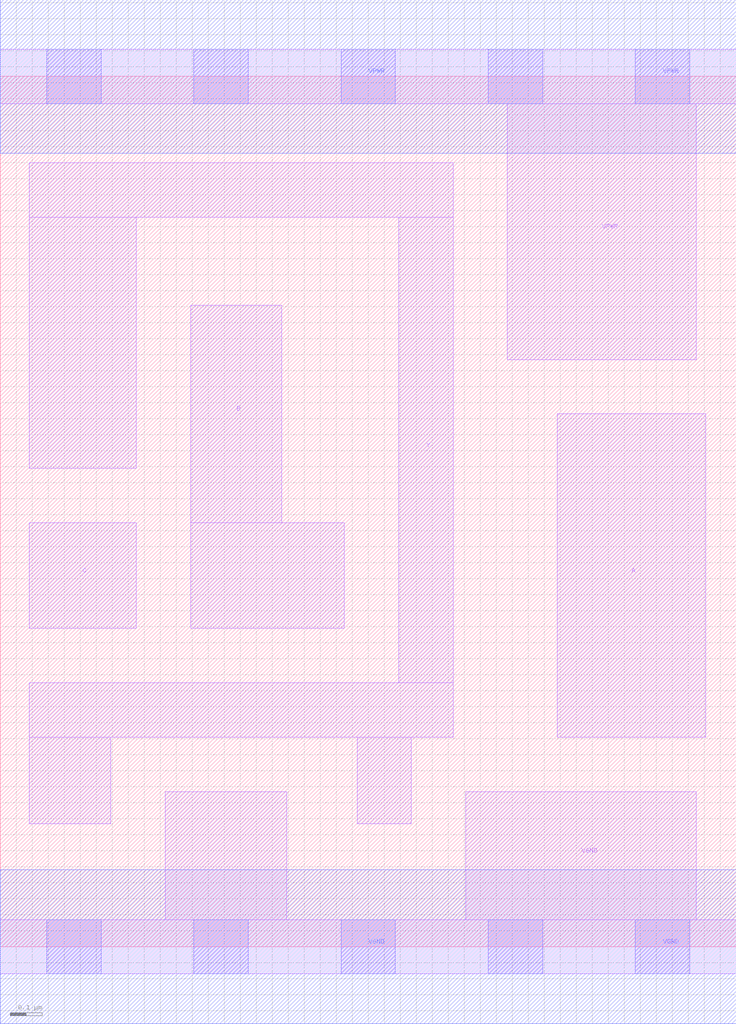
<source format=lef>
# Copyright 2020 The SkyWater PDK Authors
#
# Licensed under the Apache License, Version 2.0 (the "License");
# you may not use this file except in compliance with the License.
# You may obtain a copy of the License at
#
#     https://www.apache.org/licenses/LICENSE-2.0
#
# Unless required by applicable law or agreed to in writing, software
# distributed under the License is distributed on an "AS IS" BASIS,
# WITHOUT WARRANTIES OR CONDITIONS OF ANY KIND, either express or implied.
# See the License for the specific language governing permissions and
# limitations under the License.
#
# SPDX-License-Identifier: Apache-2.0

VERSION 5.7 ;
  NAMESCASESENSITIVE ON ;
  NOWIREEXTENSIONATPIN ON ;
  DIVIDERCHAR "/" ;
  BUSBITCHARS "[]" ;
UNITS
  DATABASE MICRONS 200 ;
END UNITS
PROPERTYDEFINITIONS
  MACRO maskLayoutSubType STRING ;
  MACRO prCellType STRING ;
  MACRO originalViewName STRING ;
END PROPERTYDEFINITIONS
MACRO sky130_fd_sc_hdll__nor3_1
  CLASS CORE ;
  FOREIGN sky130_fd_sc_hdll__nor3_1 ;
  ORIGIN  0.000000  0.000000 ;
  SIZE  2.300000 BY  2.720000 ;
  SYMMETRY X Y R90 ;
  SITE unithd ;
  PIN A
    ANTENNAGATEAREA  0.277500 ;
    DIRECTION INPUT ;
    USE SIGNAL ;
    PORT
      LAYER li1 ;
        RECT 1.740000 0.655000 2.205000 1.665000 ;
    END
  END A
  PIN B
    ANTENNAGATEAREA  0.277500 ;
    DIRECTION INPUT ;
    USE SIGNAL ;
    PORT
      LAYER li1 ;
        RECT 0.595000 0.995000 1.075000 1.325000 ;
        RECT 0.595000 1.325000 0.880000 2.005000 ;
    END
  END B
  PIN C
    ANTENNAGATEAREA  0.277500 ;
    DIRECTION INPUT ;
    USE SIGNAL ;
    PORT
      LAYER li1 ;
        RECT 0.090000 0.995000 0.425000 1.325000 ;
    END
  END C
  PIN Y
    ANTENNADIFFAREA  0.647000 ;
    DIRECTION OUTPUT ;
    USE SIGNAL ;
    PORT
      LAYER li1 ;
        RECT 0.090000 0.385000 0.345000 0.655000 ;
        RECT 0.090000 0.655000 1.415000 0.825000 ;
        RECT 0.090000 1.495000 0.425000 2.280000 ;
        RECT 0.090000 2.280000 1.415000 2.450000 ;
        RECT 1.115000 0.385000 1.285000 0.655000 ;
        RECT 1.245000 0.825000 1.415000 2.280000 ;
    END
  END Y
  PIN VGND
    DIRECTION INOUT ;
    USE GROUND ;
    PORT
      LAYER li1 ;
        RECT 0.000000 -0.085000 2.300000 0.085000 ;
        RECT 0.515000  0.085000 0.895000 0.485000 ;
        RECT 1.455000  0.085000 2.175000 0.485000 ;
      LAYER mcon ;
        RECT 0.145000 -0.085000 0.315000 0.085000 ;
        RECT 0.605000 -0.085000 0.775000 0.085000 ;
        RECT 1.065000 -0.085000 1.235000 0.085000 ;
        RECT 1.525000 -0.085000 1.695000 0.085000 ;
        RECT 1.985000 -0.085000 2.155000 0.085000 ;
      LAYER met1 ;
        RECT 0.000000 -0.240000 2.300000 0.240000 ;
    END
  END VGND
  PIN VPWR
    DIRECTION INOUT ;
    USE POWER ;
    PORT
      LAYER li1 ;
        RECT 0.000000 2.635000 2.300000 2.805000 ;
        RECT 1.585000 1.835000 2.175000 2.635000 ;
      LAYER mcon ;
        RECT 0.145000 2.635000 0.315000 2.805000 ;
        RECT 0.605000 2.635000 0.775000 2.805000 ;
        RECT 1.065000 2.635000 1.235000 2.805000 ;
        RECT 1.525000 2.635000 1.695000 2.805000 ;
        RECT 1.985000 2.635000 2.155000 2.805000 ;
      LAYER met1 ;
        RECT 0.000000 2.480000 2.300000 2.960000 ;
    END
  END VPWR
  PROPERTY maskLayoutSubType "abstract" ;
  PROPERTY prCellType "standard" ;
  PROPERTY originalViewName "layout" ;
END sky130_fd_sc_hdll__nor3_1

</source>
